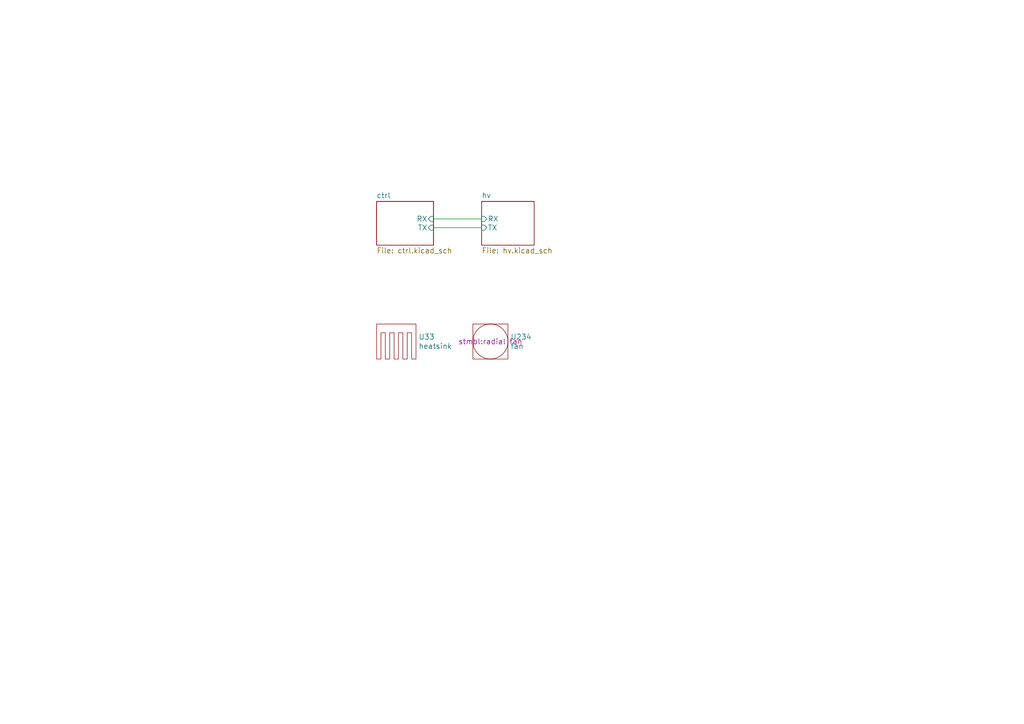
<source format=kicad_sch>
(kicad_sch (version 20231120) (generator "eeschema") (generator_version "8.0")
  (paper "A4")
  (title_block (title "stmbl schematic") (date "2022-06-21") (rev "4F") (company "FreaKontrol"))
  (lib_symbols
    (symbol "stmbl:fan" (pin_names (offset 1.016))
      (property "Reference" "U" (at 0 -6.35 0))
      (property "Value" "fan" (at 0 6.35 0))
      (symbol "fan_0_1"
        (rectangle (start -5.08 5.08) (end 5.08 -5.08))
        (circle (center 0 0) (radius 5.08))
      )
    )
    (symbol "stmbl:heatsink" (pin_names (offset 1.016))
      (property "Reference" "U" (at 0 -7.62 0))
      (property "Value" "heatsink" (at 0 5.08 0))
      (symbol "heatsink_0_1"
        (polyline (pts (xy -5.08 3.81) (xy 6.35 3.81) (xy 6.35 -6.35) (xy 5.08 -6.35) (xy 5.08 1.27) (xy 3.81 1.27) (xy 3.81 -6.35) (xy 2.54 -6.35) (xy 2.54 1.27) (xy 1.27 1.27) (xy 1.27 -6.35) (xy 0 -6.35) (xy 0 1.27) (xy -1.27 1.27) (xy -1.27 -6.35) (xy -2.54 -6.35) (xy -2.54 1.27) (xy -3.81 1.27) (xy -3.81 -6.35) (xy -5.08 -6.35) (xy -5.08 3.81)))
      )
    )
  )
  (wire (pts (xy 125.73 66.04) (xy 139.7 66.04)))
  (wire (pts (xy 125.73 63.5) (xy 139.7 63.5)))
  (symbol (lib_id "stmbl:heatsink") (at 114.3 97.79 0) (unit 1)
    (property "Reference" "U33" (at 121.3612 97.7138 0) (effects (font (size 1.524 1.524)) (justify left)))
    (property "Value" "heatsink" (at 121.3612 100.4062 0) (effects (font (size 1.524 1.524)) (justify left)))
    (property "Manufacturer No" "V PR138/94-M3" (effects (hide yes)))
    (property "Voltage" " " (effects (hide yes)))
    (property "Source" " " (effects (hide yes)))
    (property "Tolerance" " " (effects (hide yes)))
    (property "Manufacturer" "alutronic" (effects (hide yes)))
  )
  (symbol (lib_id "stmbl:fan") (at 142.24 99.06 0) (unit 1)
    (property "Reference" "U234" (at 148.0312 97.7138 0) (effects (font (size 1.524 1.524)) (justify left)))
    (property "Value" "fan" (at 148.0312 100.4062 0) (effects (font (size 1.524 1.524)) (justify left)))
    (property "Footprint" "stmbl:radial fan" (at 142.24 99.06 0) (effects (font (size 1.524 1.524))))
    (property "Manufacturer No" "MB45101V2-000U-A99" (effects (hide yes)))
    (property "Voltage" "12V" (effects (hide yes)))
    (property "Source" " " (effects (hide yes)))
    (property "Tolerance" " " (effects (hide yes)))
    (property "Manufacturer" "Sunon" (effects (hide yes)))
  )
  (sheet (at 139.7 58.42) (size 15.24 12.7)
    (property "Sheetname" "hv" (at 139.7 57.5814 0) (effects (font (size 1.524 1.524)) (justify left bottom)))
    (property "Sheetfile" "hv.kicad_sch" (at 139.7 71.8062 0) (effects (font (size 1.524 1.524)) (justify left top)))
    (pin "TX" input (at 139.7 66.04 180) (effects (font (size 1.524 1.524))))
    (pin "RX" input (at 139.7 63.5 180) (effects (font (size 1.524 1.524))))
  )
  (sheet (at 109.22 58.42) (size 16.51 12.7)
    (property "Sheetname" "ctrl" (at 109.22 57.5814 0) (effects (font (size 1.524 1.524)) (justify left bottom)))
    (property "Sheetfile" "ctrl.kicad_sch" (at 109.22 71.8062 0) (effects (font (size 1.524 1.524)) (justify left top)))
    (pin "TX" input (at 125.73 66.04 0) (effects (font (size 1.524 1.524))))
    (pin "RX" input (at 125.73 63.5 0) (effects (font (size 1.524 1.524))))
  )
)
</source>
